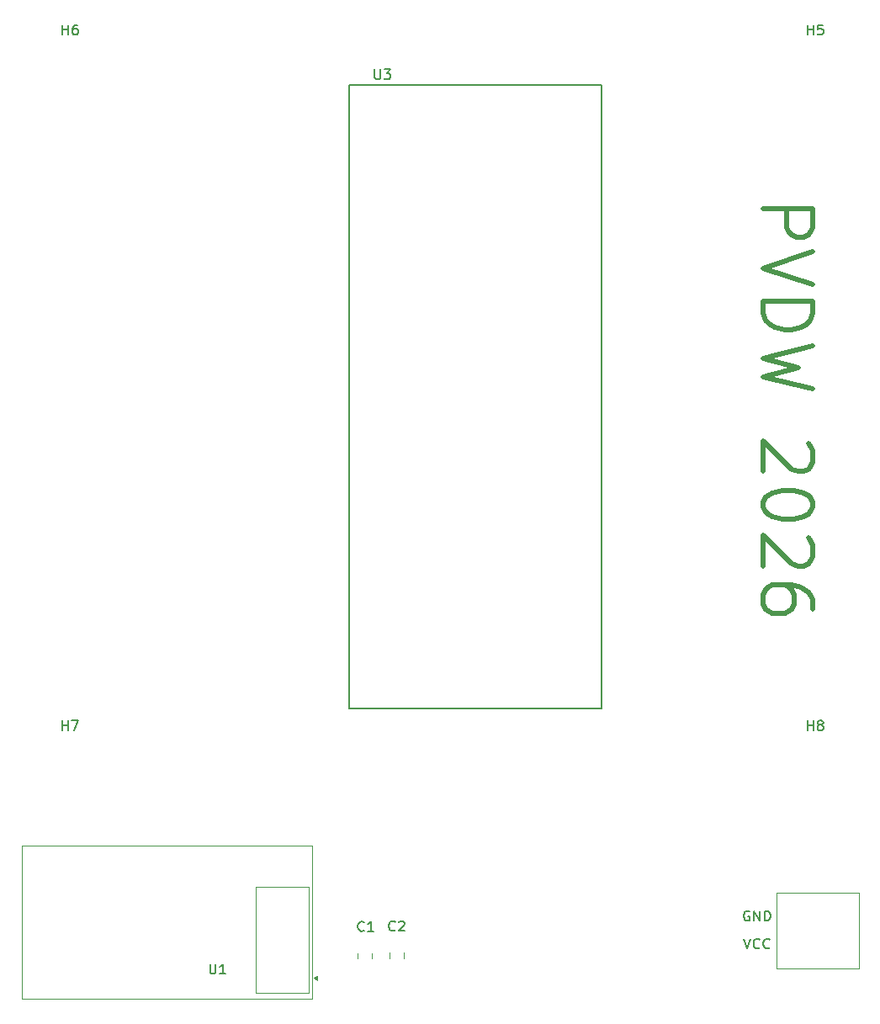
<source format=gbr>
%TF.GenerationSoftware,KiCad,Pcbnew,9.0.6*%
%TF.CreationDate,2026-02-25T03:49:56+07:00*%
%TF.ProjectId,Robot_remote,526f626f-745f-4726-956d-6f74652e6b69,rev?*%
%TF.SameCoordinates,Original*%
%TF.FileFunction,Legend,Top*%
%TF.FilePolarity,Positive*%
%FSLAX46Y46*%
G04 Gerber Fmt 4.6, Leading zero omitted, Abs format (unit mm)*
G04 Created by KiCad (PCBNEW 9.0.6) date 2026-02-25 03:49:56*
%MOMM*%
%LPD*%
G01*
G04 APERTURE LIST*
%ADD10C,0.500000*%
%ADD11C,0.200000*%
%ADD12C,0.150000*%
%ADD13C,0.120000*%
%ADD14C,0.127000*%
%ADD15C,0.100000*%
G04 APERTURE END LIST*
D10*
X159768904Y-60828423D02*
X164768904Y-60828423D01*
X164768904Y-60828423D02*
X164768904Y-62733185D01*
X164768904Y-62733185D02*
X164530809Y-63209375D01*
X164530809Y-63209375D02*
X164292714Y-63447470D01*
X164292714Y-63447470D02*
X163816523Y-63685566D01*
X163816523Y-63685566D02*
X163102238Y-63685566D01*
X163102238Y-63685566D02*
X162626047Y-63447470D01*
X162626047Y-63447470D02*
X162387952Y-63209375D01*
X162387952Y-63209375D02*
X162149857Y-62733185D01*
X162149857Y-62733185D02*
X162149857Y-60828423D01*
X164768904Y-65114137D02*
X159768904Y-66780804D01*
X159768904Y-66780804D02*
X164768904Y-68447470D01*
X159768904Y-70114137D02*
X164768904Y-70114137D01*
X164768904Y-70114137D02*
X164768904Y-71304613D01*
X164768904Y-71304613D02*
X164530809Y-72018899D01*
X164530809Y-72018899D02*
X164054619Y-72495089D01*
X164054619Y-72495089D02*
X163578428Y-72733184D01*
X163578428Y-72733184D02*
X162626047Y-72971280D01*
X162626047Y-72971280D02*
X161911761Y-72971280D01*
X161911761Y-72971280D02*
X160959380Y-72733184D01*
X160959380Y-72733184D02*
X160483190Y-72495089D01*
X160483190Y-72495089D02*
X160007000Y-72018899D01*
X160007000Y-72018899D02*
X159768904Y-71304613D01*
X159768904Y-71304613D02*
X159768904Y-70114137D01*
X164768904Y-74637946D02*
X159768904Y-75828422D01*
X159768904Y-75828422D02*
X163340333Y-76780803D01*
X163340333Y-76780803D02*
X159768904Y-77733184D01*
X159768904Y-77733184D02*
X164768904Y-78923661D01*
X164292714Y-84399851D02*
X164530809Y-84637947D01*
X164530809Y-84637947D02*
X164768904Y-85114137D01*
X164768904Y-85114137D02*
X164768904Y-86304613D01*
X164768904Y-86304613D02*
X164530809Y-86780804D01*
X164530809Y-86780804D02*
X164292714Y-87018899D01*
X164292714Y-87018899D02*
X163816523Y-87256994D01*
X163816523Y-87256994D02*
X163340333Y-87256994D01*
X163340333Y-87256994D02*
X162626047Y-87018899D01*
X162626047Y-87018899D02*
X159768904Y-84161756D01*
X159768904Y-84161756D02*
X159768904Y-87256994D01*
X164768904Y-90352233D02*
X164768904Y-90828423D01*
X164768904Y-90828423D02*
X164530809Y-91304614D01*
X164530809Y-91304614D02*
X164292714Y-91542709D01*
X164292714Y-91542709D02*
X163816523Y-91780804D01*
X163816523Y-91780804D02*
X162864142Y-92018899D01*
X162864142Y-92018899D02*
X161673666Y-92018899D01*
X161673666Y-92018899D02*
X160721285Y-91780804D01*
X160721285Y-91780804D02*
X160245095Y-91542709D01*
X160245095Y-91542709D02*
X160007000Y-91304614D01*
X160007000Y-91304614D02*
X159768904Y-90828423D01*
X159768904Y-90828423D02*
X159768904Y-90352233D01*
X159768904Y-90352233D02*
X160007000Y-89876042D01*
X160007000Y-89876042D02*
X160245095Y-89637947D01*
X160245095Y-89637947D02*
X160721285Y-89399852D01*
X160721285Y-89399852D02*
X161673666Y-89161756D01*
X161673666Y-89161756D02*
X162864142Y-89161756D01*
X162864142Y-89161756D02*
X163816523Y-89399852D01*
X163816523Y-89399852D02*
X164292714Y-89637947D01*
X164292714Y-89637947D02*
X164530809Y-89876042D01*
X164530809Y-89876042D02*
X164768904Y-90352233D01*
X164292714Y-93923661D02*
X164530809Y-94161757D01*
X164530809Y-94161757D02*
X164768904Y-94637947D01*
X164768904Y-94637947D02*
X164768904Y-95828423D01*
X164768904Y-95828423D02*
X164530809Y-96304614D01*
X164530809Y-96304614D02*
X164292714Y-96542709D01*
X164292714Y-96542709D02*
X163816523Y-96780804D01*
X163816523Y-96780804D02*
X163340333Y-96780804D01*
X163340333Y-96780804D02*
X162626047Y-96542709D01*
X162626047Y-96542709D02*
X159768904Y-93685566D01*
X159768904Y-93685566D02*
X159768904Y-96780804D01*
X164768904Y-101066519D02*
X164768904Y-100114138D01*
X164768904Y-100114138D02*
X164530809Y-99637947D01*
X164530809Y-99637947D02*
X164292714Y-99399852D01*
X164292714Y-99399852D02*
X163578428Y-98923662D01*
X163578428Y-98923662D02*
X162626047Y-98685566D01*
X162626047Y-98685566D02*
X160721285Y-98685566D01*
X160721285Y-98685566D02*
X160245095Y-98923662D01*
X160245095Y-98923662D02*
X160007000Y-99161757D01*
X160007000Y-99161757D02*
X159768904Y-99637947D01*
X159768904Y-99637947D02*
X159768904Y-100590328D01*
X159768904Y-100590328D02*
X160007000Y-101066519D01*
X160007000Y-101066519D02*
X160245095Y-101304614D01*
X160245095Y-101304614D02*
X160721285Y-101542709D01*
X160721285Y-101542709D02*
X161911761Y-101542709D01*
X161911761Y-101542709D02*
X162387952Y-101304614D01*
X162387952Y-101304614D02*
X162626047Y-101066519D01*
X162626047Y-101066519D02*
X162864142Y-100590328D01*
X162864142Y-100590328D02*
X162864142Y-99637947D01*
X162864142Y-99637947D02*
X162626047Y-99161757D01*
X162626047Y-99161757D02*
X162387952Y-98923662D01*
X162387952Y-98923662D02*
X161911761Y-98685566D01*
D11*
X157833816Y-134249219D02*
X158167149Y-135249219D01*
X158167149Y-135249219D02*
X158500482Y-134249219D01*
X159405244Y-135153980D02*
X159357625Y-135201600D01*
X159357625Y-135201600D02*
X159214768Y-135249219D01*
X159214768Y-135249219D02*
X159119530Y-135249219D01*
X159119530Y-135249219D02*
X158976673Y-135201600D01*
X158976673Y-135201600D02*
X158881435Y-135106361D01*
X158881435Y-135106361D02*
X158833816Y-135011123D01*
X158833816Y-135011123D02*
X158786197Y-134820647D01*
X158786197Y-134820647D02*
X158786197Y-134677790D01*
X158786197Y-134677790D02*
X158833816Y-134487314D01*
X158833816Y-134487314D02*
X158881435Y-134392076D01*
X158881435Y-134392076D02*
X158976673Y-134296838D01*
X158976673Y-134296838D02*
X159119530Y-134249219D01*
X159119530Y-134249219D02*
X159214768Y-134249219D01*
X159214768Y-134249219D02*
X159357625Y-134296838D01*
X159357625Y-134296838D02*
X159405244Y-134344457D01*
X160405244Y-135153980D02*
X160357625Y-135201600D01*
X160357625Y-135201600D02*
X160214768Y-135249219D01*
X160214768Y-135249219D02*
X160119530Y-135249219D01*
X160119530Y-135249219D02*
X159976673Y-135201600D01*
X159976673Y-135201600D02*
X159881435Y-135106361D01*
X159881435Y-135106361D02*
X159833816Y-135011123D01*
X159833816Y-135011123D02*
X159786197Y-134820647D01*
X159786197Y-134820647D02*
X159786197Y-134677790D01*
X159786197Y-134677790D02*
X159833816Y-134487314D01*
X159833816Y-134487314D02*
X159881435Y-134392076D01*
X159881435Y-134392076D02*
X159976673Y-134296838D01*
X159976673Y-134296838D02*
X160119530Y-134249219D01*
X160119530Y-134249219D02*
X160214768Y-134249219D01*
X160214768Y-134249219D02*
X160357625Y-134296838D01*
X160357625Y-134296838D02*
X160405244Y-134344457D01*
X158373482Y-131502838D02*
X158278244Y-131455219D01*
X158278244Y-131455219D02*
X158135387Y-131455219D01*
X158135387Y-131455219D02*
X157992530Y-131502838D01*
X157992530Y-131502838D02*
X157897292Y-131598076D01*
X157897292Y-131598076D02*
X157849673Y-131693314D01*
X157849673Y-131693314D02*
X157802054Y-131883790D01*
X157802054Y-131883790D02*
X157802054Y-132026647D01*
X157802054Y-132026647D02*
X157849673Y-132217123D01*
X157849673Y-132217123D02*
X157897292Y-132312361D01*
X157897292Y-132312361D02*
X157992530Y-132407600D01*
X157992530Y-132407600D02*
X158135387Y-132455219D01*
X158135387Y-132455219D02*
X158230625Y-132455219D01*
X158230625Y-132455219D02*
X158373482Y-132407600D01*
X158373482Y-132407600D02*
X158421101Y-132359980D01*
X158421101Y-132359980D02*
X158421101Y-132026647D01*
X158421101Y-132026647D02*
X158230625Y-132026647D01*
X158849673Y-132455219D02*
X158849673Y-131455219D01*
X158849673Y-131455219D02*
X159421101Y-132455219D01*
X159421101Y-132455219D02*
X159421101Y-131455219D01*
X159897292Y-132455219D02*
X159897292Y-131455219D01*
X159897292Y-131455219D02*
X160135387Y-131455219D01*
X160135387Y-131455219D02*
X160278244Y-131502838D01*
X160278244Y-131502838D02*
X160373482Y-131598076D01*
X160373482Y-131598076D02*
X160421101Y-131693314D01*
X160421101Y-131693314D02*
X160468720Y-131883790D01*
X160468720Y-131883790D02*
X160468720Y-132026647D01*
X160468720Y-132026647D02*
X160421101Y-132217123D01*
X160421101Y-132217123D02*
X160373482Y-132312361D01*
X160373482Y-132312361D02*
X160278244Y-132407600D01*
X160278244Y-132407600D02*
X160135387Y-132455219D01*
X160135387Y-132455219D02*
X159897292Y-132455219D01*
D12*
X164238095Y-43304819D02*
X164238095Y-42304819D01*
X164238095Y-42781009D02*
X164809523Y-42781009D01*
X164809523Y-43304819D02*
X164809523Y-42304819D01*
X165761904Y-42304819D02*
X165285714Y-42304819D01*
X165285714Y-42304819D02*
X165238095Y-42781009D01*
X165238095Y-42781009D02*
X165285714Y-42733390D01*
X165285714Y-42733390D02*
X165380952Y-42685771D01*
X165380952Y-42685771D02*
X165619047Y-42685771D01*
X165619047Y-42685771D02*
X165714285Y-42733390D01*
X165714285Y-42733390D02*
X165761904Y-42781009D01*
X165761904Y-42781009D02*
X165809523Y-42876247D01*
X165809523Y-42876247D02*
X165809523Y-43114342D01*
X165809523Y-43114342D02*
X165761904Y-43209580D01*
X165761904Y-43209580D02*
X165714285Y-43257200D01*
X165714285Y-43257200D02*
X165619047Y-43304819D01*
X165619047Y-43304819D02*
X165380952Y-43304819D01*
X165380952Y-43304819D02*
X165285714Y-43257200D01*
X165285714Y-43257200D02*
X165238095Y-43209580D01*
X104089295Y-136792619D02*
X104089295Y-137602142D01*
X104089295Y-137602142D02*
X104136914Y-137697380D01*
X104136914Y-137697380D02*
X104184533Y-137745000D01*
X104184533Y-137745000D02*
X104279771Y-137792619D01*
X104279771Y-137792619D02*
X104470247Y-137792619D01*
X104470247Y-137792619D02*
X104565485Y-137745000D01*
X104565485Y-137745000D02*
X104613104Y-137697380D01*
X104613104Y-137697380D02*
X104660723Y-137602142D01*
X104660723Y-137602142D02*
X104660723Y-136792619D01*
X105660723Y-137792619D02*
X105089295Y-137792619D01*
X105375009Y-137792619D02*
X105375009Y-136792619D01*
X105375009Y-136792619D02*
X105279771Y-136935476D01*
X105279771Y-136935476D02*
X105184533Y-137030714D01*
X105184533Y-137030714D02*
X105089295Y-137078333D01*
X122718533Y-133379380D02*
X122670914Y-133427000D01*
X122670914Y-133427000D02*
X122528057Y-133474619D01*
X122528057Y-133474619D02*
X122432819Y-133474619D01*
X122432819Y-133474619D02*
X122289962Y-133427000D01*
X122289962Y-133427000D02*
X122194724Y-133331761D01*
X122194724Y-133331761D02*
X122147105Y-133236523D01*
X122147105Y-133236523D02*
X122099486Y-133046047D01*
X122099486Y-133046047D02*
X122099486Y-132903190D01*
X122099486Y-132903190D02*
X122147105Y-132712714D01*
X122147105Y-132712714D02*
X122194724Y-132617476D01*
X122194724Y-132617476D02*
X122289962Y-132522238D01*
X122289962Y-132522238D02*
X122432819Y-132474619D01*
X122432819Y-132474619D02*
X122528057Y-132474619D01*
X122528057Y-132474619D02*
X122670914Y-132522238D01*
X122670914Y-132522238D02*
X122718533Y-132569857D01*
X123099486Y-132569857D02*
X123147105Y-132522238D01*
X123147105Y-132522238D02*
X123242343Y-132474619D01*
X123242343Y-132474619D02*
X123480438Y-132474619D01*
X123480438Y-132474619D02*
X123575676Y-132522238D01*
X123575676Y-132522238D02*
X123623295Y-132569857D01*
X123623295Y-132569857D02*
X123670914Y-132665095D01*
X123670914Y-132665095D02*
X123670914Y-132760333D01*
X123670914Y-132760333D02*
X123623295Y-132903190D01*
X123623295Y-132903190D02*
X123051867Y-133474619D01*
X123051867Y-133474619D02*
X123670914Y-133474619D01*
X164238095Y-113304819D02*
X164238095Y-112304819D01*
X164238095Y-112781009D02*
X164809523Y-112781009D01*
X164809523Y-113304819D02*
X164809523Y-112304819D01*
X165428571Y-112733390D02*
X165333333Y-112685771D01*
X165333333Y-112685771D02*
X165285714Y-112638152D01*
X165285714Y-112638152D02*
X165238095Y-112542914D01*
X165238095Y-112542914D02*
X165238095Y-112495295D01*
X165238095Y-112495295D02*
X165285714Y-112400057D01*
X165285714Y-112400057D02*
X165333333Y-112352438D01*
X165333333Y-112352438D02*
X165428571Y-112304819D01*
X165428571Y-112304819D02*
X165619047Y-112304819D01*
X165619047Y-112304819D02*
X165714285Y-112352438D01*
X165714285Y-112352438D02*
X165761904Y-112400057D01*
X165761904Y-112400057D02*
X165809523Y-112495295D01*
X165809523Y-112495295D02*
X165809523Y-112542914D01*
X165809523Y-112542914D02*
X165761904Y-112638152D01*
X165761904Y-112638152D02*
X165714285Y-112685771D01*
X165714285Y-112685771D02*
X165619047Y-112733390D01*
X165619047Y-112733390D02*
X165428571Y-112733390D01*
X165428571Y-112733390D02*
X165333333Y-112781009D01*
X165333333Y-112781009D02*
X165285714Y-112828628D01*
X165285714Y-112828628D02*
X165238095Y-112923866D01*
X165238095Y-112923866D02*
X165238095Y-113114342D01*
X165238095Y-113114342D02*
X165285714Y-113209580D01*
X165285714Y-113209580D02*
X165333333Y-113257200D01*
X165333333Y-113257200D02*
X165428571Y-113304819D01*
X165428571Y-113304819D02*
X165619047Y-113304819D01*
X165619047Y-113304819D02*
X165714285Y-113257200D01*
X165714285Y-113257200D02*
X165761904Y-113209580D01*
X165761904Y-113209580D02*
X165809523Y-113114342D01*
X165809523Y-113114342D02*
X165809523Y-112923866D01*
X165809523Y-112923866D02*
X165761904Y-112828628D01*
X165761904Y-112828628D02*
X165714285Y-112781009D01*
X165714285Y-112781009D02*
X165619047Y-112733390D01*
X89238095Y-43304819D02*
X89238095Y-42304819D01*
X89238095Y-42781009D02*
X89809523Y-42781009D01*
X89809523Y-43304819D02*
X89809523Y-42304819D01*
X90714285Y-42304819D02*
X90523809Y-42304819D01*
X90523809Y-42304819D02*
X90428571Y-42352438D01*
X90428571Y-42352438D02*
X90380952Y-42400057D01*
X90380952Y-42400057D02*
X90285714Y-42542914D01*
X90285714Y-42542914D02*
X90238095Y-42733390D01*
X90238095Y-42733390D02*
X90238095Y-43114342D01*
X90238095Y-43114342D02*
X90285714Y-43209580D01*
X90285714Y-43209580D02*
X90333333Y-43257200D01*
X90333333Y-43257200D02*
X90428571Y-43304819D01*
X90428571Y-43304819D02*
X90619047Y-43304819D01*
X90619047Y-43304819D02*
X90714285Y-43257200D01*
X90714285Y-43257200D02*
X90761904Y-43209580D01*
X90761904Y-43209580D02*
X90809523Y-43114342D01*
X90809523Y-43114342D02*
X90809523Y-42876247D01*
X90809523Y-42876247D02*
X90761904Y-42781009D01*
X90761904Y-42781009D02*
X90714285Y-42733390D01*
X90714285Y-42733390D02*
X90619047Y-42685771D01*
X90619047Y-42685771D02*
X90428571Y-42685771D01*
X90428571Y-42685771D02*
X90333333Y-42733390D01*
X90333333Y-42733390D02*
X90285714Y-42781009D01*
X90285714Y-42781009D02*
X90238095Y-42876247D01*
X119594333Y-133422380D02*
X119546714Y-133470000D01*
X119546714Y-133470000D02*
X119403857Y-133517619D01*
X119403857Y-133517619D02*
X119308619Y-133517619D01*
X119308619Y-133517619D02*
X119165762Y-133470000D01*
X119165762Y-133470000D02*
X119070524Y-133374761D01*
X119070524Y-133374761D02*
X119022905Y-133279523D01*
X119022905Y-133279523D02*
X118975286Y-133089047D01*
X118975286Y-133089047D02*
X118975286Y-132946190D01*
X118975286Y-132946190D02*
X119022905Y-132755714D01*
X119022905Y-132755714D02*
X119070524Y-132660476D01*
X119070524Y-132660476D02*
X119165762Y-132565238D01*
X119165762Y-132565238D02*
X119308619Y-132517619D01*
X119308619Y-132517619D02*
X119403857Y-132517619D01*
X119403857Y-132517619D02*
X119546714Y-132565238D01*
X119546714Y-132565238D02*
X119594333Y-132612857D01*
X120546714Y-133517619D02*
X119975286Y-133517619D01*
X120261000Y-133517619D02*
X120261000Y-132517619D01*
X120261000Y-132517619D02*
X120165762Y-132660476D01*
X120165762Y-132660476D02*
X120070524Y-132755714D01*
X120070524Y-132755714D02*
X119975286Y-132803333D01*
X120672295Y-46773019D02*
X120672295Y-47582542D01*
X120672295Y-47582542D02*
X120719914Y-47677780D01*
X120719914Y-47677780D02*
X120767533Y-47725400D01*
X120767533Y-47725400D02*
X120862771Y-47773019D01*
X120862771Y-47773019D02*
X121053247Y-47773019D01*
X121053247Y-47773019D02*
X121148485Y-47725400D01*
X121148485Y-47725400D02*
X121196104Y-47677780D01*
X121196104Y-47677780D02*
X121243723Y-47582542D01*
X121243723Y-47582542D02*
X121243723Y-46773019D01*
X121624676Y-46773019D02*
X122243723Y-46773019D01*
X122243723Y-46773019D02*
X121910390Y-47153971D01*
X121910390Y-47153971D02*
X122053247Y-47153971D01*
X122053247Y-47153971D02*
X122148485Y-47201590D01*
X122148485Y-47201590D02*
X122196104Y-47249209D01*
X122196104Y-47249209D02*
X122243723Y-47344447D01*
X122243723Y-47344447D02*
X122243723Y-47582542D01*
X122243723Y-47582542D02*
X122196104Y-47677780D01*
X122196104Y-47677780D02*
X122148485Y-47725400D01*
X122148485Y-47725400D02*
X122053247Y-47773019D01*
X122053247Y-47773019D02*
X121767533Y-47773019D01*
X121767533Y-47773019D02*
X121672295Y-47725400D01*
X121672295Y-47725400D02*
X121624676Y-47677780D01*
X89238095Y-113304819D02*
X89238095Y-112304819D01*
X89238095Y-112781009D02*
X89809523Y-112781009D01*
X89809523Y-113304819D02*
X89809523Y-112304819D01*
X90190476Y-112304819D02*
X90857142Y-112304819D01*
X90857142Y-112304819D02*
X90428571Y-113304819D01*
D13*
%TO.C,U1*%
X85125200Y-124876800D02*
X114325200Y-124876800D01*
X85125200Y-140326800D02*
X85125200Y-124876800D01*
X108661200Y-129082800D02*
X113995200Y-129082800D01*
X108661200Y-139750800D02*
X108661200Y-129082800D01*
X113995200Y-129082800D02*
X113995200Y-129082800D01*
X113995200Y-129082800D02*
X113995200Y-139750800D01*
X113995200Y-139750800D02*
X108661200Y-139750800D01*
X113995200Y-139750800D02*
X113995200Y-139750800D01*
X114325200Y-124876800D02*
X114325200Y-140326800D01*
X114325200Y-140326800D02*
X85125200Y-140326800D01*
X114325200Y-140326800D02*
X114325200Y-140326800D01*
X114861200Y-138466800D02*
X114525200Y-138226800D01*
X114861200Y-137986800D01*
X114861200Y-138466800D01*
G36*
X114861200Y-138466800D02*
G01*
X114525200Y-138226800D01*
X114861200Y-137986800D01*
X114861200Y-138466800D01*
G37*
%TO.C,C2*%
X122150200Y-136202052D02*
X122150200Y-135679548D01*
X123620200Y-136202052D02*
X123620200Y-135679548D01*
%TO.C,C1*%
X118899000Y-136223552D02*
X118899000Y-135701048D01*
X120369000Y-136223552D02*
X120369000Y-135701048D01*
D14*
%TO.C,U3*%
X118059200Y-48333200D02*
X143459200Y-48333200D01*
X118059200Y-111073200D02*
X118059200Y-48333200D01*
X143459200Y-48333200D02*
X143459200Y-111073200D01*
X143459200Y-111073200D02*
X118059200Y-111073200D01*
%TO.C,U2*%
D15*
X169377000Y-137287000D02*
X161077000Y-137287000D01*
X161077000Y-129667000D01*
X169377000Y-129667000D01*
X169377000Y-137287000D01*
%TD*%
M02*

</source>
